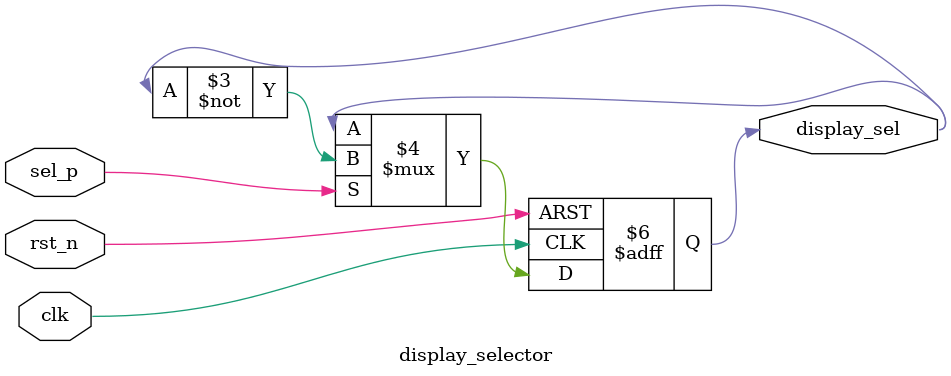
<source format=v>
module display_selector #(
    parameter  RESET_SEL = 1'b0   // 0: TIME, 1: DATE
)(
    input  wire clk,
    input  wire rst_n,
    input  wire sel_p,        // one-pulse từ KEY0
    output reg  display_sel   // 0: TIME, 1: DATE
);
    always @(posedge clk or negedge rst_n) begin
        if (!rst_n)       display_sel <= RESET_SEL;
        else if (sel_p)   display_sel <= ~display_sel;  // toggle
    end
endmodule

</source>
